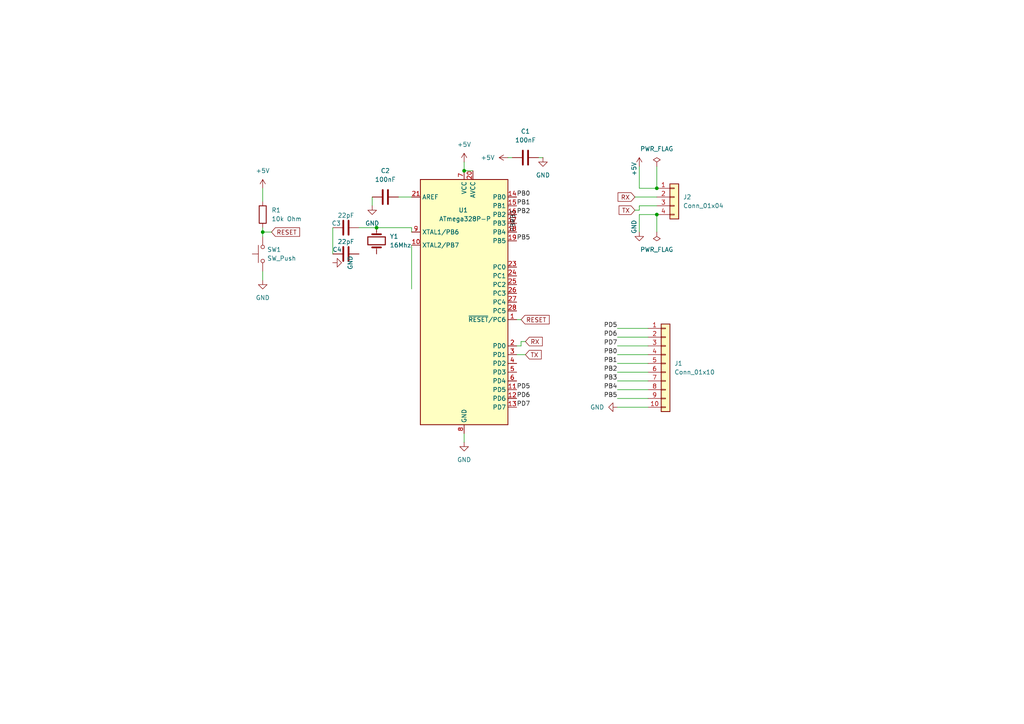
<source format=kicad_sch>
(kicad_sch (version 20250114) (generator "eeschema") (generator_version "9.0")
  (paper "A4")
  (title_block (title "PCB CONTROLADOR MIDI PI2") (date "24/08/2025") (rev "A1") (company "PROJETRO INTEGRADOR II"))
  (lib_symbols
    (symbol "Connector_Generic:Conn_01x04" (pin_names (offset 1.016) (hide yes))
      (property "Reference" "J" (at 0 5.08 0))
      (property "Value" "Conn_01x04" (at 0 -7.62 0))
      (symbol "Conn_01x04_1_1"
        (rectangle (start -1.27 3.81) (end 1.27 -6.35) (stroke (width 0.254)) (fill (type background)))
        (rectangle (start -1.27 2.667) (end 0 2.413) (stroke (width 0.1524)))
        (rectangle (start -1.27 0.127) (end 0 -0.127) (stroke (width 0.1524)))
        (rectangle (start -1.27 -2.413) (end 0 -2.667) (stroke (width 0.1524)))
        (rectangle (start -1.27 -4.953) (end 0 -5.207) (stroke (width 0.1524)))
        (pin passive line (at -5.08 2.54 0) (length 3.81) (name "Pin_1") (number "1"))
        (pin passive line (at -5.08 0 0) (length 3.81) (name "Pin_2") (number "2"))
        (pin passive line (at -5.08 -2.54 0) (length 3.81) (name "Pin_3") (number "3"))
        (pin passive line (at -5.08 -5.08 0) (length 3.81) (name "Pin_4") (number "4"))
      )
    )
    (symbol "Connector_Generic:Conn_01x10" (pin_names (offset 1.016) (hide yes))
      (property "Reference" "J" (at 0 12.7 0))
      (property "Value" "Conn_01x10" (at 0 -15.24 0))
      (symbol "Conn_01x10_1_1"
        (rectangle (start -1.27 11.43) (end 1.27 -13.97) (stroke (width 0.254)) (fill (type background)))
        (rectangle (start -1.27 10.287) (end 0 10.033) (stroke (width 0.1524)))
        (rectangle (start -1.27 7.747) (end 0 7.493) (stroke (width 0.1524)))
        (rectangle (start -1.27 5.207) (end 0 4.953) (stroke (width 0.1524)))
        (rectangle (start -1.27 2.667) (end 0 2.413) (stroke (width 0.1524)))
        (rectangle (start -1.27 0.127) (end 0 -0.127) (stroke (width 0.1524)))
        (rectangle (start -1.27 -2.413) (end 0 -2.667) (stroke (width 0.1524)))
        (rectangle (start -1.27 -4.953) (end 0 -5.207) (stroke (width 0.1524)))
        (rectangle (start -1.27 -7.493) (end 0 -7.747) (stroke (width 0.1524)))
        (rectangle (start -1.27 -10.033) (end 0 -10.287) (stroke (width 0.1524)))
        (rectangle (start -1.27 -12.573) (end 0 -12.827) (stroke (width 0.1524)))
        (pin passive line (at -5.08 10.16 0) (length 3.81) (name "Pin_1") (number "1"))
        (pin passive line (at -5.08 7.62 0) (length 3.81) (name "Pin_2") (number "2"))
        (pin passive line (at -5.08 5.08 0) (length 3.81) (name "Pin_3") (number "3"))
        (pin passive line (at -5.08 2.54 0) (length 3.81) (name "Pin_4") (number "4"))
        (pin passive line (at -5.08 0 0) (length 3.81) (name "Pin_5") (number "5"))
        (pin passive line (at -5.08 -2.54 0) (length 3.81) (name "Pin_6") (number "6"))
        (pin passive line (at -5.08 -5.08 0) (length 3.81) (name "Pin_7") (number "7"))
        (pin passive line (at -5.08 -7.62 0) (length 3.81) (name "Pin_8") (number "8"))
        (pin passive line (at -5.08 -10.16 0) (length 3.81) (name "Pin_9") (number "9"))
        (pin passive line (at -5.08 -12.7 0) (length 3.81) (name "Pin_10") (number "10"))
      )
    )
    (symbol "Device:C" (pin_numbers (hide yes)) (pin_names (offset 0.254))
      (property "Reference" "C" (at 0.635 2.54 0))
      (property "Value" "C" (at 0.635 -2.54 0))
      (symbol "C_0_1"
        (polyline (pts (xy -2.032 0.762) (xy 2.032 0.762)) (stroke (width 0.508)))
        (polyline (pts (xy -2.032 -0.762) (xy 2.032 -0.762)) (stroke (width 0.508)))
      )
      (symbol "C_1_1"
        (pin passive line (at 0 3.81 270) (length 2.794) (name "~") (number "1"))
        (pin passive line (at 0 -3.81 90) (length 2.794) (name "~") (number "2"))
      )
    )
    (symbol "Device:Crystal" (pin_numbers (hide yes)) (pin_names (offset 1.016) (hide yes))
      (property "Reference" "Y" (at 0 3.81 0))
      (property "Value" "Crystal" (at 0 -3.81 0))
      (symbol "Crystal_0_1"
        (polyline (pts (xy -2.54 0) (xy -1.905 0)))
        (polyline (pts (xy -1.905 -1.27) (xy -1.905 1.27)) (stroke (width 0.508)))
        (rectangle (start -1.143 2.54) (end 1.143 -2.54) (stroke (width 0.3048)))
        (polyline (pts (xy 1.905 -1.27) (xy 1.905 1.27)) (stroke (width 0.508)))
        (polyline (pts (xy 2.54 0) (xy 1.905 0)))
      )
      (symbol "Crystal_1_1"
        (pin passive line (at -3.81 0 0) (length 1.27) (name "1") (number "1"))
        (pin passive line (at 3.81 0 180) (length 1.27) (name "2") (number "2"))
      )
    )
    (symbol "Device:R" (pin_numbers (hide yes)) (pin_names (offset 0))
      (property "Reference" "R" (at 2.032 0 90))
      (property "Value" "R" (at 0 0 90))
      (symbol "R_0_1"
        (rectangle (start -1.016 -2.54) (end 1.016 2.54) (stroke (width 0.254)))
      )
      (symbol "R_1_1"
        (pin passive line (at 0 3.81 270) (length 1.27) (name "~") (number "1"))
        (pin passive line (at 0 -3.81 90) (length 1.27) (name "~") (number "2"))
      )
    )
    (symbol "MCU_Microchip_ATmega:ATmega328P-P"
      (property "Reference" "U2" (at -21.59 36.9002 0))
      (property "Value" "ATmega328P-P" (at -21.59 34.3602 0))
      (symbol "ATmega328P-P_0_1"
        (rectangle (start -12.7 35.56) (end 12.7 -35.56) (stroke (width 0.254)) (fill (type background)))
      )
      (symbol "ATmega328P-P_1_1"
        (pin passive line (at -15.24 30.48 0) (length 2.54) (name "AREF") (number "21"))
        (pin bidirectional line (at -15.24 20.32 0) (length 2.54) (name "XTAL1/PB6") (number "9"))
        (pin bidirectional line (at -15.24 16.51 0) (length 2.54) (name "XTAL2/PB7") (number "10"))
        (pin power_in line (at 0 38.1 270) (length 2.54) (name "VCC") (number "7"))
        (pin passive line (at 0 -38.1 90) (length 2.54) (hide yes) (name "GND") (number "22"))
        (pin power_in line (at 0 -38.1 90) (length 2.54) (name "GND") (number "8"))
        (pin power_in line (at 2.54 38.1 270) (length 2.54) (name "AVCC") (number "20"))
        (pin bidirectional line (at 15.24 30.48 180) (length 2.54) (name "PB0") (number "14"))
        (pin bidirectional line (at 15.24 27.94 180) (length 2.54) (name "PB1") (number "15"))
        (pin bidirectional line (at 15.24 25.4 180) (length 2.54) (name "PB2") (number "16"))
        (pin bidirectional line (at 15.24 22.86 180) (length 2.54) (name "PB3") (number "17"))
        (pin bidirectional line (at 15.24 20.32 180) (length 2.54) (name "PB4") (number "18"))
        (pin bidirectional line (at 15.24 17.78 180) (length 2.54) (name "PB5") (number "19"))
        (pin bidirectional line (at 15.24 10.16 180) (length 2.54) (name "PC0") (number "23"))
        (pin bidirectional line (at 15.24 7.62 180) (length 2.54) (name "PC1") (number "24"))
        (pin bidirectional line (at 15.24 5.08 180) (length 2.54) (name "PC2") (number "25"))
        (pin bidirectional line (at 15.24 2.54 180) (length 2.54) (name "PC3") (number "26"))
        (pin bidirectional line (at 15.24 0 180) (length 2.54) (name "PC4") (number "27"))
        (pin bidirectional line (at 15.24 -2.54 180) (length 2.54) (name "PC5") (number "28"))
        (pin bidirectional line (at 15.24 -5.08 180) (length 2.54) (name "~{RESET}/PC6") (number "1"))
        (pin bidirectional line (at 15.24 -12.7 180) (length 2.54) (name "PD0") (number "2"))
        (pin bidirectional line (at 15.24 -15.24 180) (length 2.54) (name "PD1") (number "3"))
        (pin bidirectional line (at 15.24 -17.78 180) (length 2.54) (name "PD2") (number "4"))
        (pin bidirectional line (at 15.24 -20.32 180) (length 2.54) (name "PD3") (number "5"))
        (pin bidirectional line (at 15.24 -22.86 180) (length 2.54) (name "PD4") (number "6"))
        (pin bidirectional line (at 15.24 -25.4 180) (length 2.54) (name "PD5") (number "11"))
        (pin bidirectional line (at 15.24 -27.94 180) (length 2.54) (name "PD6") (number "12"))
        (pin bidirectional line (at 15.24 -30.48 180) (length 2.54) (name "PD7") (number "13"))
      )
    )
    (symbol "Switch:SW_Push" (pin_numbers (hide yes)) (pin_names (offset 1.016) (hide yes))
      (property "Reference" "SW" (at 1.27 2.54 0))
      (property "Value" "SW_Push" (at 0 -1.524 0))
      (symbol "SW_Push_0_1"
        (circle (center -2.032 0) (radius 0.508))
        (polyline (pts (xy 0 1.27) (xy 0 3.048)))
        (circle (center 2.032 0) (radius 0.508))
        (polyline (pts (xy 2.54 1.27) (xy -2.54 1.27)))
        (pin passive line (at -5.08 0 0) (length 2.54) (name "1") (number "1"))
        (pin passive line (at 5.08 0 180) (length 2.54) (name "2") (number "2"))
      )
    )
    (symbol "power:+5V" (power) (pin_numbers (hide yes)) (pin_names (offset 0) (hide yes))
      (property "Value" "+5V" (at 0 3.556 0))
      (symbol "+5V_0_1"
        (polyline (pts (xy -0.762 1.27) (xy 0 2.54)))
        (polyline (pts (xy 0 2.54) (xy 0.762 1.27)))
        (polyline (pts (xy 0 0) (xy 0 2.54)))
      )
      (symbol "+5V_1_1"
        (pin power_in line (at 0 0 90) (length 0) (name "~") (number "1"))
      )
    )
    (symbol "power:GND" (power) (pin_numbers (hide yes)) (pin_names (offset 0) (hide yes))
      (property "Value" "GND" (at 0 -3.81 0))
      (symbol "GND_0_1"
        (polyline (pts (xy 0 0) (xy 0 -1.27) (xy 1.27 -1.27) (xy 0 -2.54) (xy -1.27 -1.27) (xy 0 -1.27)))
      )
      (symbol "GND_1_1"
        (pin power_in line (at 0 0 270) (length 0) (name "~") (number "1"))
      )
    )
    (symbol "power:PWR_FLAG" (power) (pin_numbers (hide yes)) (pin_names (offset 0) (hide yes))
      (property "Value" "PWR_FLAG" (at 0 3.81 0))
      (symbol "PWR_FLAG_0_0"
        (pin power_out line (at 0 0 90) (length 0) (name "~") (number "1"))
      )
      (symbol "PWR_FLAG_0_1"
        (polyline (pts (xy 0 0) (xy 0 1.27) (xy -1.016 1.905) (xy 0 2.54) (xy 1.016 1.905) (xy 0 1.27)))
      )
    )
  )
  (junction (at 76.2 67.31))
  (junction (at 109.22 66.04))
  (junction (at 134.62 49.53))
  (junction (at 190.5 54.61))
  (junction (at 190.5 62.23))
  (wire (pts (xy 76.2 67.31) (xy 78.74 67.31)))
  (wire (pts (xy 149.86 102.87) (xy 152.4 102.87)))
  (wire (pts (xy 109.22 66.04) (xy 119.38 66.04)))
  (wire (pts (xy 179.07 100.33) (xy 187.96 100.33)))
  (wire (pts (xy 151.13 99.06) (xy 152.4 99.06)))
  (wire (pts (xy 151.13 99.06) (xy 151.13 100.33)))
  (wire (pts (xy 179.07 102.87) (xy 187.96 102.87)))
  (wire (pts (xy 147.32 45.72) (xy 148.59 45.72)))
  (wire (pts (xy 104.14 66.04) (xy 109.22 66.04)))
  (wire (pts (xy 76.2 66.04) (xy 76.2 67.31)))
  (wire (pts (xy 190.5 62.23) (xy 190.5 67.31)))
  (wire (pts (xy 179.07 118.11) (xy 187.96 118.11)))
  (wire (pts (xy 185.42 48.26) (xy 185.42 54.61)))
  (wire (pts (xy 185.42 62.23) (xy 185.42 67.31)))
  (wire (pts (xy 107.95 57.15) (xy 107.95 59.69)))
  (wire (pts (xy 184.15 57.15) (xy 190.5 57.15)))
  (wire (pts (xy 115.57 57.15) (xy 119.38 57.15)))
  (wire (pts (xy 156.21 45.72) (xy 157.48 45.72)))
  (wire (pts (xy 149.86 92.71) (xy 151.13 92.71)))
  (wire (pts (xy 179.07 97.79) (xy 187.96 97.79)))
  (wire (pts (xy 76.2 67.31) (xy 76.2 68.58)))
  (wire (pts (xy 151.13 100.33) (xy 149.86 100.33)))
  (wire (pts (xy 179.07 110.49) (xy 187.96 110.49)))
  (wire (pts (xy 76.2 78.74) (xy 76.2 81.28)))
  (wire (pts (xy 185.42 54.61) (xy 190.5 54.61)))
  (wire (pts (xy 134.62 125.73) (xy 134.62 128.27)))
  (wire (pts (xy 185.42 62.23) (xy 190.5 62.23)))
  (wire (pts (xy 119.38 71.12) (xy 119.38 83.82)))
  (wire (pts (xy 134.62 49.53) (xy 137.16 49.53)))
  (wire (pts (xy 185.42 59.69) (xy 185.42 60.96)))
  (wire (pts (xy 96.52 66.04) (xy 96.52 73.66)))
  (wire (pts (xy 179.07 115.57) (xy 187.96 115.57)))
  (wire (pts (xy 119.38 66.04) (xy 119.38 67.31)))
  (wire (pts (xy 190.5 59.69) (xy 185.42 59.69)))
  (wire (pts (xy 185.42 60.96) (xy 184.15 60.96)))
  (wire (pts (xy 190.5 48.26) (xy 190.5 54.61)))
  (wire (pts (xy 179.07 105.41) (xy 187.96 105.41)))
  (wire (pts (xy 179.07 113.03) (xy 187.96 113.03)))
  (wire (pts (xy 179.07 107.95) (xy 187.96 107.95)))
  (wire (pts (xy 134.62 46.99) (xy 134.62 49.53)))
  (wire (pts (xy 76.2 54.61) (xy 76.2 58.42)))
  (wire (pts (xy 179.07 95.25) (xy 187.96 95.25)))
  (label "PB4" (at 149.86 67.31 90))
  (label "PD6" (at 179.07 97.79 180))
  (label "PD5" (at 179.07 95.25 180))
  (label "PD7" (at 179.07 100.33 180))
  (label "PD6" (at 149.86 115.57 0))
  (label "PD7" (at 149.86 118.11 0))
  (label "PB1" (at 179.07 105.41 180))
  (label "PB2" (at 149.86 62.23 0))
  (label "PD5" (at 149.86 113.03 0))
  (label "PB5" (at 149.86 69.85 0))
  (label "PB5" (at 179.07 115.57 180))
  (label "PB4" (at 179.07 113.03 180))
  (label "PB2" (at 179.07 107.95 180))
  (label "PB0" (at 149.86 57.15 0))
  (label "PB3" (at 149.86 64.77 90))
  (label "PB3" (at 179.07 110.49 180))
  (label "PB1" (at 149.86 59.69 0))
  (label "PB0" (at 179.07 102.87 180))
  (global_label "TX" (shape input) (at 184.15 60.96 180) (property "Intersheetrefs" "${INTERSHEET_REFS}" (effects (hide yes))))
  (global_label "RESET" (shape input) (at 151.13 92.71 0) (property "Intersheetrefs" "${INTERSHEET_REFS}" (effects (hide yes))))
  (global_label "RX" (shape input) (at 152.4 99.06 0) (property "Intersheetrefs" "${INTERSHEET_REFS}" (effects (hide yes))))
  (global_label "RESET" (shape input) (at 78.74 67.31 0) (property "Intersheetrefs" "${INTERSHEET_REFS}" (effects (hide yes))))
  (global_label "RX" (shape input) (at 184.15 57.15 180) (property "Intersheetrefs" "${INTERSHEET_REFS}" (effects (hide yes))))
  (global_label "TX" (shape input) (at 152.4 102.87 0) (property "Intersheetrefs" "${INTERSHEET_REFS}" (effects (hide yes))))
  (symbol (lib_id "Device:C") (at 100.33 66.04 90) (unit 1)
    (property "Reference" "C3" (at 97.536 64.77 90))
    (property "Value" "22pF" (at 100.33 62.484 90))
    (property "Footprint" "Capacitor_THT:CP_Radial_Tantal_D4.5mm_P2.50mm" (effects (hide yes)))
    (property "Description" "Unpolarized capacitor" (effects (hide yes)))
  )
  (symbol (lib_id "power:PWR_FLAG") (at 190.5 67.31 180) (unit 1)
    (property "Reference" "#FLG01" (effects (hide yes)))
    (property "Value" "PWR_FLAG" (at 190.5 72.39 0))
    (property "Description" "Special symbol for telling ERC where power comes from" (effects (hide yes)))
  )
  (symbol (lib_id "power:GND") (at 96.52 76.2 90) (unit 1)
    (property "Reference" "#PWR08" (effects (hide yes)))
    (property "Value" "GND" (at 101.6 76.2 0))
    (property "Description" "Power symbol creates a global label with name \"GND\" , ground" (effects (hide yes)))
  )
  (symbol (lib_id "power:GND") (at 185.42 67.31 0) (unit 1)
    (property "Reference" "#PWR011" (effects (hide yes)))
    (property "Value" "GND" (at 183.896 65.786 90))
    (property "Description" "Power symbol creates a global label with name \"GND\" , ground" (effects (hide yes)))
  )
  (symbol (lib_id "power:PWR_FLAG") (at 190.5 48.26 0) (unit 1)
    (property "Reference" "#FLG02" (effects (hide yes)))
    (property "Value" "PWR_FLAG" (at 190.5 43.18 0))
    (property "Description" "Special symbol for telling ERC where power comes from" (effects (hide yes)))
  )
  (symbol (lib_id "power:GND") (at 134.62 128.27 0) (unit 1)
    (property "Reference" "#PWR05" (effects (hide yes)))
    (property "Value" "GND" (at 134.62 133.35 0))
    (property "Description" "Power symbol creates a global label with name \"GND\" , ground" (effects (hide yes)))
  )
  (symbol (lib_id "power:+5V") (at 147.32 45.72 90) (unit 1)
    (property "Reference" "#PWR02" (effects (hide yes)))
    (property "Value" "+5V" (at 143.51 45.7199 90) (effects (justify left)))
    (property "Description" "Power symbol creates a global label with name \"+5V\"" (effects (hide yes)))
  )
  (symbol (lib_id "MCU_Microchip_ATmega:ATmega328P-P") (at 134.62 87.63 0) (unit 1)
    (property "Reference" "U1" (at 134.366 60.96 0))
    (property "Value" "ATmega328P-P" (at 134.874 63.5 0))
    (property "Footprint" "Package_DIP:DIP-28_W7.62mm" (effects (hide yes)))
    (property "Datasheet" "http://ww1.microchip.com/downloads/en/DeviceDoc/ATmega328_P%20AVR%20MCU%20with%20picoPower%20Technology%20Data%20Sheet%2040001984A.pdf" (effects (hide yes)))
    (property "Description" "20MHz, 32kB Flash, 2kB SRAM, 1kB EEPROM, DIP-28" (effects (hide yes)))
  )
  (symbol (lib_id "power:+5V") (at 185.42 48.26 0) (unit 1)
    (property "Reference" "#PWR010" (effects (hide yes)))
    (property "Value" "+5V" (at 183.896 49.022 90))
    (property "Description" "Power symbol creates a global label with name \"+5V\"" (effects (hide yes)))
  )
  (symbol (lib_id "Device:C") (at 152.4 45.72 90) (unit 1)
    (property "Reference" "C1" (at 152.4 38.1 90))
    (property "Value" "100nF" (at 152.4 40.64 90))
    (property "Footprint" "Capacitor_THT:CP_Radial_Tantal_D4.5mm_P2.50mm" (effects (hide yes)))
    (property "Description" "Unpolarized capacitor" (effects (hide yes)))
  )
  (symbol (lib_id "Connector_Generic:Conn_01x04") (at 195.58 57.15 0) (unit 1)
    (property "Reference" "J2" (at 198.12 57.1499 0) (effects (justify left)))
    (property "Value" "Conn_01x04" (at 198.12 59.6899 0) (effects (justify left)))
    (property "Footprint" "Connector_JST:JST_EH_B4B-EH-A_1x04_P2.50mm_Vertical" (effects (hide yes)))
    (property "Description" "Generic connector, single row, 01x04, script generated (kicad-library-utils/schlib/autogen/connector/)" (effects (hide yes)))
  )
  (symbol (lib_id "Device:Crystal") (at 109.22 69.85 90) (unit 1)
    (property "Reference" "Y1" (at 113.03 68.5799 90) (effects (justify right)))
    (property "Value" "16Mhz" (at 113.03 71.1199 90) (effects (justify right)))
    (property "Footprint" "Crystal:Crystal_HC49-4H_Vertical" (effects (hide yes)))
    (property "Description" "Two pin crystal" (effects (hide yes)))
  )
  (symbol (lib_id "Device:C") (at 100.33 73.66 90) (unit 1)
    (property "Reference" "C4" (at 97.79 72.39 90))
    (property "Value" "22pF" (at 100.33 70.104 90))
    (property "Footprint" "Capacitor_THT:CP_Radial_Tantal_D4.5mm_P2.50mm" (effects (hide yes)))
    (property "Description" "Unpolarized capacitor" (effects (hide yes)))
  )
  (symbol (lib_id "Device:R") (at 76.2 62.23 0) (unit 1)
    (property "Reference" "R1" (at 78.74 60.9599 0) (effects (justify left)))
    (property "Value" "10k Ohm" (at 78.74 63.4999 0) (effects (justify left)))
    (property "Footprint" "Resistor_THT:R_Axial_DIN0204_L3.6mm_D1.6mm_P7.62mm_Horizontal" (effects (hide yes)))
    (property "Description" "Resistor" (effects (hide yes)))
  )
  (symbol (lib_id "Device:C") (at 111.76 57.15 90) (unit 1)
    (property "Reference" "C2" (at 111.76 49.53 90))
    (property "Value" "100nF" (at 111.76 52.07 90))
    (property "Footprint" "Capacitor_THT:CP_Radial_Tantal_D4.5mm_P2.50mm" (effects (hide yes)))
    (property "Description" "Unpolarized capacitor" (effects (hide yes)))
  )
  (symbol (lib_id "Connector_Generic:Conn_01x10") (at 193.04 105.41 0) (unit 1)
    (property "Reference" "J1" (at 195.58 105.4099 0) (effects (justify left)))
    (property "Value" "Conn_01x10" (at 195.58 107.9499 0) (effects (justify left)))
    (property "Footprint" "Connector_JST:JST_EH_B10B-EH-A_1x10_P2.50mm_Vertical" (effects (hide yes)))
    (property "Description" "Generic connector, single row, 01x10, script generated (kicad-library-utils/schlib/autogen/connector/)" (effects (hide yes)))
  )
  (symbol (lib_id "power:GND") (at 157.48 45.72 0) (unit 1)
    (property "Reference" "#PWR01" (effects (hide yes)))
    (property "Value" "GND" (at 157.48 50.8 0))
    (property "Description" "Power symbol creates a global label with name \"GND\" , ground" (effects (hide yes)))
  )
  (symbol (lib_id "power:GND") (at 76.2 81.28 0) (unit 1)
    (property "Reference" "#PWR06" (effects (hide yes)))
    (property "Value" "GND" (at 76.2 86.36 0))
    (property "Description" "Power symbol creates a global label with name \"GND\" , ground" (effects (hide yes)))
  )
  (symbol (lib_id "power:GND") (at 179.07 118.11 270) (unit 1)
    (property "Reference" "#PWR012" (effects (hide yes)))
    (property "Value" "GND" (at 175.26 118.1099 90) (effects (justify right)))
    (property "Description" "Power symbol creates a global label with name \"GND\" , ground" (effects (hide yes)))
  )
  (symbol (lib_id "power:+5V") (at 76.2 54.61 0) (unit 1)
    (property "Reference" "#PWR07" (effects (hide yes)))
    (property "Value" "+5V" (at 76.2 49.53 0))
    (property "Description" "Power symbol creates a global label with name \"+5V\"" (effects (hide yes)))
  )
  (symbol (lib_id "power:GND") (at 107.95 59.69 0) (unit 1)
    (property "Reference" "#PWR04" (effects (hide yes)))
    (property "Value" "GND" (at 107.95 64.77 0))
    (property "Description" "Power symbol creates a global label with name \"GND\" , ground" (effects (hide yes)))
  )
  (symbol (lib_id "Switch:SW_Push") (at 76.2 73.66 90) (unit 1)
    (property "Reference" "SW1" (at 77.47 72.3899 90) (effects (justify right)))
    (property "Value" "SW_Push" (at 77.47 74.9299 90) (effects (justify right)))
    (property "Footprint" "Button_Switch_THT:SW_PUSH_6mm" (effects (hide yes)))
    (property "Description" "Push button switch, generic, two pins" (effects (hide yes)))
  )
  (symbol (lib_id "power:+5V") (at 134.62 46.99 0) (unit 1)
    (property "Reference" "#PWR03" (effects (hide yes)))
    (property "Value" "+5V" (at 134.62 41.91 0))
    (property "Description" "Power symbol creates a global label with name \"+5V\"" (effects (hide yes)))
  )
)
</source>
